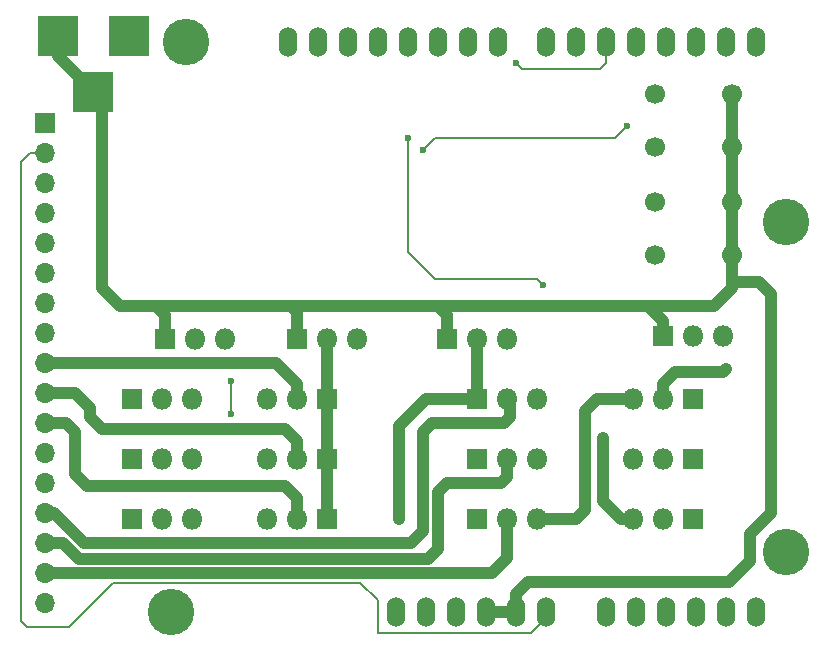
<source format=gbr>
G04 #@! TF.FileFunction,Copper,L2,Bot,Signal*
%FSLAX46Y46*%
G04 Gerber Fmt 4.6, Leading zero omitted, Abs format (unit mm)*
G04 Created by KiCad (PCBNEW 4.0.6) date 01/15/18 08:07:30*
%MOMM*%
%LPD*%
G01*
G04 APERTURE LIST*
%ADD10C,0.100000*%
%ADD11O,1.524000X2.540000*%
%ADD12C,3.937000*%
%ADD13R,3.500000X3.500000*%
%ADD14R,1.700000X1.700000*%
%ADD15O,1.700000X1.700000*%
%ADD16C,1.700000*%
%ADD17R,1.800000X1.800000*%
%ADD18O,1.800000X1.800000*%
%ADD19C,0.600000*%
%ADD20C,0.200000*%
%ADD21C,1.000000*%
G04 APERTURE END LIST*
D10*
D11*
X148844000Y-116586000D03*
X146304000Y-116586000D03*
X143764000Y-116586000D03*
X136144000Y-116586000D03*
X138684000Y-116586000D03*
X141224000Y-116586000D03*
X131064000Y-116586000D03*
X128524000Y-116586000D03*
X125984000Y-116586000D03*
X120904000Y-116586000D03*
X118364000Y-116586000D03*
X148844000Y-68326000D03*
X146304000Y-68326000D03*
X143764000Y-68326000D03*
X141224000Y-68326000D03*
X138684000Y-68326000D03*
X136144000Y-68326000D03*
X133604000Y-68326000D03*
X131064000Y-68326000D03*
X127000000Y-68326000D03*
X124460000Y-68326000D03*
X121920000Y-68326000D03*
X119380000Y-68326000D03*
X116840000Y-68326000D03*
X114300000Y-68326000D03*
X111760000Y-68326000D03*
X109220000Y-68326000D03*
X123444000Y-116586000D03*
D12*
X151384000Y-111506000D03*
X151384000Y-83566000D03*
X100584000Y-68326000D03*
X99314000Y-116586000D03*
D13*
X95758000Y-67818000D03*
X89758000Y-67818000D03*
X92758000Y-72518000D03*
D14*
X88646000Y-75184000D03*
D15*
X88646000Y-77724000D03*
X88646000Y-80264000D03*
X88646000Y-82804000D03*
X88646000Y-85344000D03*
X88646000Y-87884000D03*
X88646000Y-90424000D03*
X88646000Y-92964000D03*
X88646000Y-95504000D03*
X88646000Y-98044000D03*
X88646000Y-100584000D03*
X88646000Y-103124000D03*
X88646000Y-105664000D03*
X88646000Y-108204000D03*
X88646000Y-110744000D03*
X88646000Y-113284000D03*
X88646000Y-115824000D03*
D16*
X140312000Y-81860000D03*
X146812000Y-81860000D03*
X140312000Y-86360000D03*
X146812000Y-86360000D03*
X140312000Y-72716000D03*
X146812000Y-72716000D03*
X140312000Y-77216000D03*
X146812000Y-77216000D03*
D17*
X96012000Y-108712000D03*
D18*
X98552000Y-108712000D03*
X101092000Y-108712000D03*
D17*
X96012000Y-103632000D03*
D18*
X98552000Y-103632000D03*
X101092000Y-103632000D03*
D17*
X96012000Y-98552000D03*
D18*
X98552000Y-98552000D03*
X101092000Y-98552000D03*
D17*
X98806000Y-93472000D03*
D18*
X101346000Y-93472000D03*
X103886000Y-93472000D03*
D17*
X112522000Y-108712000D03*
D18*
X109982000Y-108712000D03*
X107442000Y-108712000D03*
D17*
X112522000Y-103632000D03*
D18*
X109982000Y-103632000D03*
X107442000Y-103632000D03*
D17*
X112522000Y-98552000D03*
D18*
X109982000Y-98552000D03*
X107442000Y-98552000D03*
D17*
X109982000Y-93472000D03*
D18*
X112522000Y-93472000D03*
X115062000Y-93472000D03*
D17*
X125222000Y-108712000D03*
D18*
X127762000Y-108712000D03*
X130302000Y-108712000D03*
D17*
X125222000Y-103632000D03*
D18*
X127762000Y-103632000D03*
X130302000Y-103632000D03*
D17*
X125222000Y-98552000D03*
D18*
X127762000Y-98552000D03*
X130302000Y-98552000D03*
D17*
X122682000Y-93472000D03*
D18*
X125222000Y-93472000D03*
X127762000Y-93472000D03*
D17*
X143510000Y-98552000D03*
D18*
X140970000Y-98552000D03*
X138430000Y-98552000D03*
D17*
X143510000Y-103632000D03*
D18*
X140970000Y-103632000D03*
X138430000Y-103632000D03*
D17*
X143510000Y-108712000D03*
D18*
X140970000Y-108712000D03*
X138430000Y-108712000D03*
D17*
X140970000Y-93218000D03*
D18*
X143510000Y-93218000D03*
X146050000Y-93218000D03*
D19*
X146304000Y-96012000D03*
X119380000Y-76454000D03*
X130810000Y-88900000D03*
X104394000Y-97028000D03*
X104394000Y-99822000D03*
X135890000Y-101854000D03*
X137922000Y-75438000D03*
X120650000Y-77470000D03*
X128524000Y-70104000D03*
X118618000Y-108712000D03*
X118618000Y-103378000D03*
D20*
X88646000Y-77724000D02*
X87376000Y-77724000D01*
X129794000Y-118364000D02*
X131064000Y-117094000D01*
X116840000Y-118364000D02*
X129794000Y-118364000D01*
X116840000Y-115570000D02*
X116840000Y-118364000D01*
X115354002Y-114084002D02*
X116840000Y-115570000D01*
X94449998Y-114084002D02*
X115354002Y-114084002D01*
X90678000Y-117856000D02*
X94449998Y-114084002D01*
X87122000Y-117856000D02*
X90678000Y-117856000D01*
X86614000Y-117348000D02*
X87122000Y-117856000D01*
X86614000Y-78486000D02*
X86614000Y-117348000D01*
X87376000Y-77724000D02*
X86614000Y-78486000D01*
X131064000Y-117094000D02*
X131064000Y-116586000D01*
D21*
X128524000Y-116586000D02*
X125984000Y-116586000D01*
X128524000Y-116586000D02*
X128524000Y-115062000D01*
X149098000Y-88646000D02*
X146812000Y-88646000D01*
X150114000Y-89662000D02*
X149098000Y-88646000D01*
X150114000Y-108204000D02*
X150114000Y-89662000D01*
X148336000Y-109982000D02*
X150114000Y-108204000D01*
X148336000Y-112268000D02*
X148336000Y-109982000D01*
X146558000Y-114046000D02*
X148336000Y-112268000D01*
X129540000Y-114046000D02*
X146558000Y-114046000D01*
X128524000Y-115062000D02*
X129540000Y-114046000D01*
X98806000Y-93472000D02*
X98806000Y-91440000D01*
X98806000Y-91440000D02*
X98044000Y-90678000D01*
X146812000Y-77216000D02*
X146812000Y-72716000D01*
X146812000Y-81860000D02*
X146812000Y-77216000D01*
X146812000Y-86360000D02*
X146812000Y-81860000D01*
X139700000Y-90678000D02*
X145288000Y-90678000D01*
X146812000Y-89154000D02*
X146812000Y-88646000D01*
X146812000Y-88646000D02*
X146812000Y-86360000D01*
X145288000Y-90678000D02*
X146812000Y-89154000D01*
X121920000Y-90678000D02*
X139700000Y-90678000D01*
X140970000Y-91948000D02*
X140970000Y-93218000D01*
X139700000Y-90678000D02*
X140970000Y-91948000D01*
X109474000Y-90678000D02*
X121920000Y-90678000D01*
X122682000Y-91440000D02*
X122682000Y-93472000D01*
X121920000Y-90678000D02*
X122682000Y-91440000D01*
X109982000Y-93472000D02*
X109982000Y-91186000D01*
X94996000Y-90678000D02*
X93472000Y-89154000D01*
X109474000Y-90678000D02*
X98044000Y-90678000D01*
X98044000Y-90678000D02*
X94996000Y-90678000D01*
X109982000Y-91186000D02*
X109474000Y-90678000D01*
X89758000Y-67818000D02*
X89758000Y-69518000D01*
X89758000Y-69518000D02*
X93472000Y-73232000D01*
X93472000Y-73232000D02*
X93472000Y-89154000D01*
X140970000Y-97282000D02*
X140970000Y-98552000D01*
X141986000Y-96266000D02*
X140970000Y-97282000D01*
X146050000Y-96266000D02*
X141986000Y-96266000D01*
X146304000Y-96012000D02*
X146050000Y-96266000D01*
X88646000Y-95504000D02*
X108204000Y-95504000D01*
X109982000Y-97282000D02*
X109982000Y-98552000D01*
X108204000Y-95504000D02*
X109982000Y-97282000D01*
X88646000Y-98044000D02*
X91186000Y-98044000D01*
X109982000Y-102108000D02*
X109982000Y-103632000D01*
X108966000Y-101092000D02*
X109982000Y-102108000D01*
X93472000Y-101092000D02*
X108966000Y-101092000D01*
X92456000Y-100076000D02*
X93472000Y-101092000D01*
X92456000Y-99314000D02*
X92456000Y-100076000D01*
X91186000Y-98044000D02*
X92456000Y-99314000D01*
X88646000Y-100584000D02*
X90424000Y-100584000D01*
X109982000Y-106934000D02*
X109982000Y-108712000D01*
X108966000Y-105918000D02*
X109982000Y-106934000D01*
X92202000Y-105918000D02*
X108966000Y-105918000D01*
X91186000Y-104902000D02*
X92202000Y-105918000D01*
X91186000Y-101346000D02*
X91186000Y-104902000D01*
X90424000Y-100584000D02*
X91186000Y-101346000D01*
X88646000Y-108204000D02*
X89408000Y-108204000D01*
X89408000Y-108204000D02*
X91948000Y-110744000D01*
X91948000Y-110744000D02*
X119634000Y-110744000D01*
X119634000Y-110744000D02*
X120650000Y-109728000D01*
X120650000Y-109728000D02*
X120650000Y-101346000D01*
X120650000Y-101346000D02*
X121412000Y-100584000D01*
X121412000Y-100584000D02*
X126492000Y-100584000D01*
X126492000Y-100584000D02*
X127508000Y-100584000D01*
X127508000Y-100584000D02*
X128016000Y-100076000D01*
X128016000Y-100076000D02*
X128016000Y-98806000D01*
X128016000Y-98806000D02*
X127762000Y-98552000D01*
X88646000Y-110744000D02*
X90170000Y-110744000D01*
X127762000Y-105156000D02*
X127762000Y-103632000D01*
X127254000Y-105664000D02*
X127762000Y-105156000D01*
X122682000Y-105664000D02*
X127254000Y-105664000D01*
X121920000Y-106426000D02*
X122682000Y-105664000D01*
X121920000Y-111252000D02*
X121920000Y-106426000D01*
X121088002Y-112083998D02*
X121920000Y-111252000D01*
X91509998Y-112083998D02*
X121088002Y-112083998D01*
X90170000Y-110744000D02*
X91509998Y-112083998D01*
X88646000Y-113284000D02*
X126492000Y-113284000D01*
X127762000Y-112014000D02*
X127762000Y-108712000D01*
X126492000Y-113284000D02*
X127762000Y-112014000D01*
D20*
X119380000Y-86106000D02*
X119380000Y-76454000D01*
X121666000Y-88392000D02*
X119380000Y-86106000D01*
X130302000Y-88392000D02*
X121666000Y-88392000D01*
X130810000Y-88900000D02*
X130302000Y-88392000D01*
D21*
X130302000Y-108712000D02*
X133604000Y-108712000D01*
X135382000Y-98552000D02*
X138430000Y-98552000D01*
X134366000Y-99568000D02*
X135382000Y-98552000D01*
X134366000Y-107950000D02*
X134366000Y-99568000D01*
X133604000Y-108712000D02*
X134366000Y-107950000D01*
D20*
X104394000Y-99822000D02*
X104394000Y-97028000D01*
D21*
X137414000Y-108712000D02*
X138430000Y-108712000D01*
X135890000Y-107188000D02*
X137414000Y-108712000D01*
X135890000Y-101854000D02*
X135890000Y-107188000D01*
D20*
X136906000Y-76454000D02*
X137922000Y-75438000D01*
X121666000Y-76454000D02*
X136906000Y-76454000D01*
X120650000Y-77470000D02*
X121666000Y-76454000D01*
D21*
X112522000Y-98552000D02*
X112522000Y-103632000D01*
X112522000Y-103632000D02*
X112522000Y-108712000D01*
X112522000Y-93472000D02*
X112522000Y-98552000D01*
D20*
X136144000Y-70104000D02*
X136144000Y-68326000D01*
X135636000Y-70612000D02*
X136144000Y-70104000D01*
X129032000Y-70612000D02*
X135636000Y-70612000D01*
X128524000Y-70104000D02*
X129032000Y-70612000D01*
D21*
X118618000Y-103378000D02*
X118618000Y-108712000D01*
X125222000Y-98552000D02*
X120904000Y-98552000D01*
X118618000Y-100838000D02*
X118618000Y-103378000D01*
X120904000Y-98552000D02*
X118618000Y-100838000D01*
X125222000Y-98552000D02*
X125222000Y-93472000D01*
M02*

</source>
